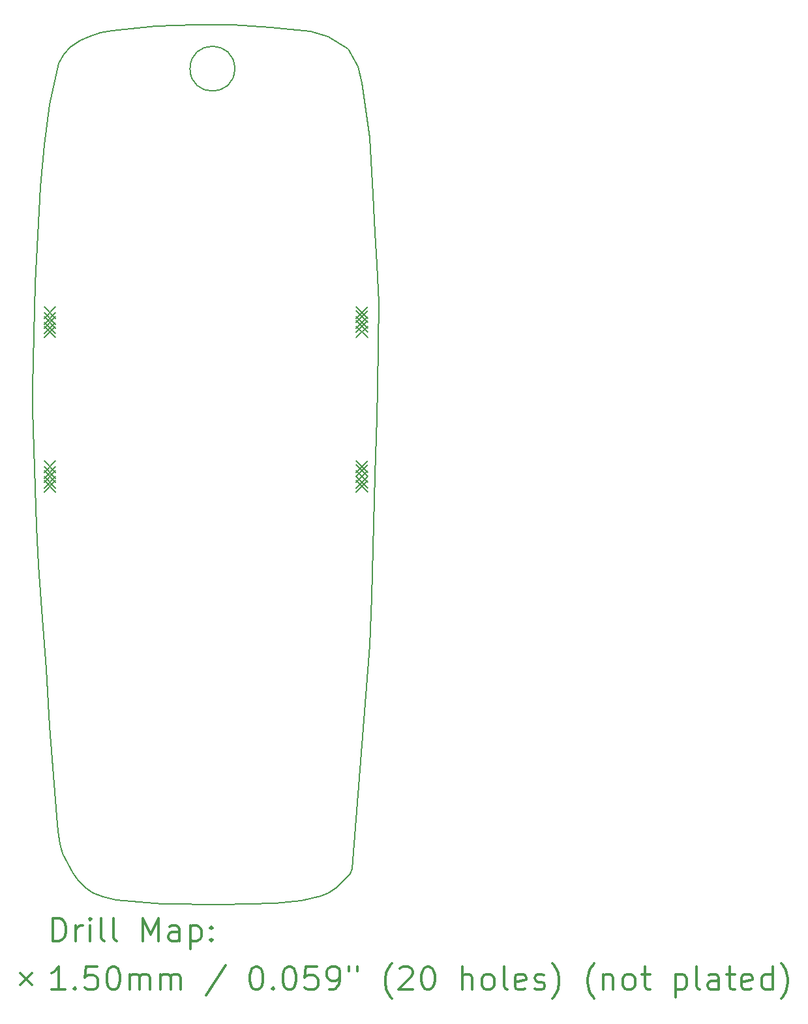
<source format=gbr>
%FSLAX45Y45*%
G04 Gerber Fmt 4.5, Leading zero omitted, Abs format (unit mm)*
G04 Created by KiCad (PCBNEW 4.0.7) date Mon Aug 27 18:32:15 2018*
%MOMM*%
%LPD*%
G01*
G04 APERTURE LIST*
%ADD10C,0.127000*%
%ADD11C,0.150000*%
%ADD12C,0.200000*%
%ADD13C,0.300000*%
G04 APERTURE END LIST*
D10*
D11*
X8060000Y-11820000D02*
X8040000Y-12450000D01*
X3835000Y-12756000D02*
X3880000Y-13500000D01*
X6285689Y-4965000D02*
G75*
G03X6285689Y-4965000I-290689J0D01*
G01*
X3695000Y-10405000D02*
X3710000Y-10905000D01*
X7810000Y-15340000D02*
X8040000Y-12450000D01*
X3990000Y-14860000D02*
X4015000Y-15020000D01*
X7785000Y-15410000D02*
X7810000Y-15340000D01*
X7605000Y-15590000D02*
X7785000Y-15410000D01*
X7505000Y-15655000D02*
X7605000Y-15590000D01*
X7400000Y-15700000D02*
X7505000Y-15655000D01*
X7150000Y-15755000D02*
X7400000Y-15700000D01*
X6810000Y-15790000D02*
X7150000Y-15755000D01*
X6105000Y-15810000D02*
X6810000Y-15790000D01*
X5350000Y-15805000D02*
X6105000Y-15810000D01*
X4745000Y-15750000D02*
X5350000Y-15805000D01*
X4575000Y-15710000D02*
X4745000Y-15750000D01*
X4440000Y-15655000D02*
X4575000Y-15710000D01*
X4350000Y-15590000D02*
X4440000Y-15655000D01*
X4255000Y-15500000D02*
X4350000Y-15590000D01*
X4185000Y-15405000D02*
X4255000Y-15500000D01*
X4050000Y-15150000D02*
X4185000Y-15405000D01*
X4015000Y-15020000D02*
X4050000Y-15150000D01*
X3970000Y-14670000D02*
X3990000Y-14860000D01*
X3880000Y-13500000D02*
X3970000Y-14670000D01*
X3790000Y-12105000D02*
X3835000Y-12755000D01*
X3740000Y-11405000D02*
X3790000Y-12105000D01*
X3710000Y-10905000D02*
X3740000Y-11405000D01*
X3660000Y-9395000D02*
X3695000Y-10405000D01*
X3660000Y-9095000D02*
X3660000Y-9395000D01*
X3695000Y-7750000D02*
X3660000Y-9095000D01*
X3760000Y-6495000D02*
X3695000Y-7750000D01*
X3810000Y-5955000D02*
X3760000Y-6495000D01*
X3885000Y-5430000D02*
X3810000Y-5955000D01*
X4000000Y-4900000D02*
X3885000Y-5430000D01*
X4065000Y-4775000D02*
X4000000Y-4900000D01*
X4155000Y-4685000D02*
X4065000Y-4775000D01*
X4280000Y-4600000D02*
X4155000Y-4685000D01*
X4400000Y-4545000D02*
X4280000Y-4600000D01*
X4540000Y-4500000D02*
X4400000Y-4545000D01*
X4690000Y-4470000D02*
X4540000Y-4500000D01*
X5265000Y-4415000D02*
X4690000Y-4470000D01*
X5765000Y-4400000D02*
X5265000Y-4415000D01*
X6260000Y-4400000D02*
X5765000Y-4400000D01*
X6750000Y-4430000D02*
X6260000Y-4400000D01*
X7270000Y-4480000D02*
X6750000Y-4430000D01*
X7500000Y-4550000D02*
X7270000Y-4480000D01*
X7755000Y-4710000D02*
X7500000Y-4550000D01*
X7890000Y-4940000D02*
X7755000Y-4710000D01*
X7935000Y-5150000D02*
X7890000Y-4940000D01*
X8035000Y-5860000D02*
X7935000Y-5150000D01*
X8080000Y-6600000D02*
X8035000Y-5860000D01*
X8110000Y-7100000D02*
X8080000Y-6600000D01*
X8135000Y-7500000D02*
X8110000Y-7100000D01*
X8155000Y-8000000D02*
X8135000Y-7500000D01*
X8140000Y-9100000D02*
X8155000Y-8000000D01*
X8130000Y-9500000D02*
X8140000Y-9100000D01*
X8105000Y-10240000D02*
X8130000Y-9500000D01*
X8060000Y-11820000D02*
X8105000Y-10240000D01*
D12*
X3810000Y-8055000D02*
X3960000Y-8205000D01*
X3960000Y-8055000D02*
X3810000Y-8205000D01*
X3810000Y-8130000D02*
X3960000Y-8280000D01*
X3960000Y-8130000D02*
X3810000Y-8280000D01*
X3810000Y-8180000D02*
X3960000Y-8330000D01*
X3960000Y-8180000D02*
X3810000Y-8330000D01*
X3810000Y-8255000D02*
X3960000Y-8405000D01*
X3960000Y-8255000D02*
X3810000Y-8405000D01*
X3810000Y-8305000D02*
X3960000Y-8455000D01*
X3960000Y-8305000D02*
X3810000Y-8455000D01*
X3810000Y-10055000D02*
X3960000Y-10205000D01*
X3960000Y-10055000D02*
X3810000Y-10205000D01*
X3810000Y-10130000D02*
X3960000Y-10280000D01*
X3960000Y-10130000D02*
X3810000Y-10280000D01*
X3810000Y-10180000D02*
X3960000Y-10330000D01*
X3960000Y-10180000D02*
X3810000Y-10330000D01*
X3810000Y-10255000D02*
X3960000Y-10405000D01*
X3960000Y-10255000D02*
X3810000Y-10405000D01*
X3810000Y-10305000D02*
X3960000Y-10455000D01*
X3960000Y-10305000D02*
X3810000Y-10455000D01*
X7860000Y-8055000D02*
X8010000Y-8205000D01*
X8010000Y-8055000D02*
X7860000Y-8205000D01*
X7860000Y-8105000D02*
X8010000Y-8255000D01*
X8010000Y-8105000D02*
X7860000Y-8255000D01*
X7860000Y-8180000D02*
X8010000Y-8330000D01*
X8010000Y-8180000D02*
X7860000Y-8330000D01*
X7860000Y-8230000D02*
X8010000Y-8380000D01*
X8010000Y-8230000D02*
X7860000Y-8380000D01*
X7860000Y-8305000D02*
X8010000Y-8455000D01*
X8010000Y-8305000D02*
X7860000Y-8455000D01*
X7860000Y-10055000D02*
X8010000Y-10205000D01*
X8010000Y-10055000D02*
X7860000Y-10205000D01*
X7860000Y-10105000D02*
X8010000Y-10255000D01*
X8010000Y-10105000D02*
X7860000Y-10255000D01*
X7860000Y-10180000D02*
X8010000Y-10330000D01*
X8010000Y-10180000D02*
X7860000Y-10330000D01*
X7860000Y-10255000D02*
X8010000Y-10405000D01*
X8010000Y-10255000D02*
X7860000Y-10405000D01*
X7860000Y-10305000D02*
X8010000Y-10455000D01*
X8010000Y-10305000D02*
X7860000Y-10455000D01*
D13*
X3923928Y-16283214D02*
X3923928Y-15983214D01*
X3995357Y-15983214D01*
X4038214Y-15997500D01*
X4066786Y-16026071D01*
X4081071Y-16054643D01*
X4095357Y-16111786D01*
X4095357Y-16154643D01*
X4081071Y-16211786D01*
X4066786Y-16240357D01*
X4038214Y-16268929D01*
X3995357Y-16283214D01*
X3923928Y-16283214D01*
X4223929Y-16283214D02*
X4223929Y-16083214D01*
X4223929Y-16140357D02*
X4238214Y-16111786D01*
X4252500Y-16097500D01*
X4281071Y-16083214D01*
X4309643Y-16083214D01*
X4409643Y-16283214D02*
X4409643Y-16083214D01*
X4409643Y-15983214D02*
X4395357Y-15997500D01*
X4409643Y-16011786D01*
X4423929Y-15997500D01*
X4409643Y-15983214D01*
X4409643Y-16011786D01*
X4595357Y-16283214D02*
X4566786Y-16268929D01*
X4552500Y-16240357D01*
X4552500Y-15983214D01*
X4752500Y-16283214D02*
X4723929Y-16268929D01*
X4709643Y-16240357D01*
X4709643Y-15983214D01*
X5095357Y-16283214D02*
X5095357Y-15983214D01*
X5195357Y-16197500D01*
X5295357Y-15983214D01*
X5295357Y-16283214D01*
X5566786Y-16283214D02*
X5566786Y-16126071D01*
X5552500Y-16097500D01*
X5523929Y-16083214D01*
X5466786Y-16083214D01*
X5438214Y-16097500D01*
X5566786Y-16268929D02*
X5538214Y-16283214D01*
X5466786Y-16283214D01*
X5438214Y-16268929D01*
X5423929Y-16240357D01*
X5423929Y-16211786D01*
X5438214Y-16183214D01*
X5466786Y-16168929D01*
X5538214Y-16168929D01*
X5566786Y-16154643D01*
X5709643Y-16083214D02*
X5709643Y-16383214D01*
X5709643Y-16097500D02*
X5738214Y-16083214D01*
X5795357Y-16083214D01*
X5823928Y-16097500D01*
X5838214Y-16111786D01*
X5852500Y-16140357D01*
X5852500Y-16226071D01*
X5838214Y-16254643D01*
X5823928Y-16268929D01*
X5795357Y-16283214D01*
X5738214Y-16283214D01*
X5709643Y-16268929D01*
X5981071Y-16254643D02*
X5995357Y-16268929D01*
X5981071Y-16283214D01*
X5966786Y-16268929D01*
X5981071Y-16254643D01*
X5981071Y-16283214D01*
X5981071Y-16097500D02*
X5995357Y-16111786D01*
X5981071Y-16126071D01*
X5966786Y-16111786D01*
X5981071Y-16097500D01*
X5981071Y-16126071D01*
X3502500Y-16702500D02*
X3652500Y-16852500D01*
X3652500Y-16702500D02*
X3502500Y-16852500D01*
X4081071Y-16913214D02*
X3909643Y-16913214D01*
X3995357Y-16913214D02*
X3995357Y-16613214D01*
X3966786Y-16656071D01*
X3938214Y-16684643D01*
X3909643Y-16698929D01*
X4209643Y-16884643D02*
X4223929Y-16898929D01*
X4209643Y-16913214D01*
X4195357Y-16898929D01*
X4209643Y-16884643D01*
X4209643Y-16913214D01*
X4495357Y-16613214D02*
X4352500Y-16613214D01*
X4338214Y-16756071D01*
X4352500Y-16741786D01*
X4381071Y-16727500D01*
X4452500Y-16727500D01*
X4481071Y-16741786D01*
X4495357Y-16756071D01*
X4509643Y-16784643D01*
X4509643Y-16856072D01*
X4495357Y-16884643D01*
X4481071Y-16898929D01*
X4452500Y-16913214D01*
X4381071Y-16913214D01*
X4352500Y-16898929D01*
X4338214Y-16884643D01*
X4695357Y-16613214D02*
X4723929Y-16613214D01*
X4752500Y-16627500D01*
X4766786Y-16641786D01*
X4781071Y-16670357D01*
X4795357Y-16727500D01*
X4795357Y-16798929D01*
X4781071Y-16856072D01*
X4766786Y-16884643D01*
X4752500Y-16898929D01*
X4723929Y-16913214D01*
X4695357Y-16913214D01*
X4666786Y-16898929D01*
X4652500Y-16884643D01*
X4638214Y-16856072D01*
X4623929Y-16798929D01*
X4623929Y-16727500D01*
X4638214Y-16670357D01*
X4652500Y-16641786D01*
X4666786Y-16627500D01*
X4695357Y-16613214D01*
X4923929Y-16913214D02*
X4923929Y-16713214D01*
X4923929Y-16741786D02*
X4938214Y-16727500D01*
X4966786Y-16713214D01*
X5009643Y-16713214D01*
X5038214Y-16727500D01*
X5052500Y-16756071D01*
X5052500Y-16913214D01*
X5052500Y-16756071D02*
X5066786Y-16727500D01*
X5095357Y-16713214D01*
X5138214Y-16713214D01*
X5166786Y-16727500D01*
X5181071Y-16756071D01*
X5181071Y-16913214D01*
X5323929Y-16913214D02*
X5323929Y-16713214D01*
X5323929Y-16741786D02*
X5338214Y-16727500D01*
X5366786Y-16713214D01*
X5409643Y-16713214D01*
X5438214Y-16727500D01*
X5452500Y-16756071D01*
X5452500Y-16913214D01*
X5452500Y-16756071D02*
X5466786Y-16727500D01*
X5495357Y-16713214D01*
X5538214Y-16713214D01*
X5566786Y-16727500D01*
X5581071Y-16756071D01*
X5581071Y-16913214D01*
X6166786Y-16598929D02*
X5909643Y-16984643D01*
X6552500Y-16613214D02*
X6581071Y-16613214D01*
X6609643Y-16627500D01*
X6623928Y-16641786D01*
X6638214Y-16670357D01*
X6652500Y-16727500D01*
X6652500Y-16798929D01*
X6638214Y-16856072D01*
X6623928Y-16884643D01*
X6609643Y-16898929D01*
X6581071Y-16913214D01*
X6552500Y-16913214D01*
X6523928Y-16898929D01*
X6509643Y-16884643D01*
X6495357Y-16856072D01*
X6481071Y-16798929D01*
X6481071Y-16727500D01*
X6495357Y-16670357D01*
X6509643Y-16641786D01*
X6523928Y-16627500D01*
X6552500Y-16613214D01*
X6781071Y-16884643D02*
X6795357Y-16898929D01*
X6781071Y-16913214D01*
X6766786Y-16898929D01*
X6781071Y-16884643D01*
X6781071Y-16913214D01*
X6981071Y-16613214D02*
X7009643Y-16613214D01*
X7038214Y-16627500D01*
X7052500Y-16641786D01*
X7066785Y-16670357D01*
X7081071Y-16727500D01*
X7081071Y-16798929D01*
X7066785Y-16856072D01*
X7052500Y-16884643D01*
X7038214Y-16898929D01*
X7009643Y-16913214D01*
X6981071Y-16913214D01*
X6952500Y-16898929D01*
X6938214Y-16884643D01*
X6923928Y-16856072D01*
X6909643Y-16798929D01*
X6909643Y-16727500D01*
X6923928Y-16670357D01*
X6938214Y-16641786D01*
X6952500Y-16627500D01*
X6981071Y-16613214D01*
X7352500Y-16613214D02*
X7209643Y-16613214D01*
X7195357Y-16756071D01*
X7209643Y-16741786D01*
X7238214Y-16727500D01*
X7309643Y-16727500D01*
X7338214Y-16741786D01*
X7352500Y-16756071D01*
X7366785Y-16784643D01*
X7366785Y-16856072D01*
X7352500Y-16884643D01*
X7338214Y-16898929D01*
X7309643Y-16913214D01*
X7238214Y-16913214D01*
X7209643Y-16898929D01*
X7195357Y-16884643D01*
X7509643Y-16913214D02*
X7566785Y-16913214D01*
X7595357Y-16898929D01*
X7609643Y-16884643D01*
X7638214Y-16841786D01*
X7652500Y-16784643D01*
X7652500Y-16670357D01*
X7638214Y-16641786D01*
X7623928Y-16627500D01*
X7595357Y-16613214D01*
X7538214Y-16613214D01*
X7509643Y-16627500D01*
X7495357Y-16641786D01*
X7481071Y-16670357D01*
X7481071Y-16741786D01*
X7495357Y-16770357D01*
X7509643Y-16784643D01*
X7538214Y-16798929D01*
X7595357Y-16798929D01*
X7623928Y-16784643D01*
X7638214Y-16770357D01*
X7652500Y-16741786D01*
X7766786Y-16613214D02*
X7766786Y-16670357D01*
X7881071Y-16613214D02*
X7881071Y-16670357D01*
X8323928Y-17027500D02*
X8309643Y-17013214D01*
X8281071Y-16970357D01*
X8266785Y-16941786D01*
X8252500Y-16898929D01*
X8238214Y-16827500D01*
X8238214Y-16770357D01*
X8252500Y-16698929D01*
X8266785Y-16656071D01*
X8281071Y-16627500D01*
X8309643Y-16584643D01*
X8323928Y-16570357D01*
X8423928Y-16641786D02*
X8438214Y-16627500D01*
X8466786Y-16613214D01*
X8538214Y-16613214D01*
X8566786Y-16627500D01*
X8581071Y-16641786D01*
X8595357Y-16670357D01*
X8595357Y-16698929D01*
X8581071Y-16741786D01*
X8409643Y-16913214D01*
X8595357Y-16913214D01*
X8781071Y-16613214D02*
X8809643Y-16613214D01*
X8838214Y-16627500D01*
X8852500Y-16641786D01*
X8866786Y-16670357D01*
X8881071Y-16727500D01*
X8881071Y-16798929D01*
X8866786Y-16856072D01*
X8852500Y-16884643D01*
X8838214Y-16898929D01*
X8809643Y-16913214D01*
X8781071Y-16913214D01*
X8752500Y-16898929D01*
X8738214Y-16884643D01*
X8723928Y-16856072D01*
X8709643Y-16798929D01*
X8709643Y-16727500D01*
X8723928Y-16670357D01*
X8738214Y-16641786D01*
X8752500Y-16627500D01*
X8781071Y-16613214D01*
X9238214Y-16913214D02*
X9238214Y-16613214D01*
X9366786Y-16913214D02*
X9366786Y-16756071D01*
X9352500Y-16727500D01*
X9323928Y-16713214D01*
X9281071Y-16713214D01*
X9252500Y-16727500D01*
X9238214Y-16741786D01*
X9552500Y-16913214D02*
X9523928Y-16898929D01*
X9509643Y-16884643D01*
X9495357Y-16856072D01*
X9495357Y-16770357D01*
X9509643Y-16741786D01*
X9523928Y-16727500D01*
X9552500Y-16713214D01*
X9595357Y-16713214D01*
X9623928Y-16727500D01*
X9638214Y-16741786D01*
X9652500Y-16770357D01*
X9652500Y-16856072D01*
X9638214Y-16884643D01*
X9623928Y-16898929D01*
X9595357Y-16913214D01*
X9552500Y-16913214D01*
X9823928Y-16913214D02*
X9795357Y-16898929D01*
X9781071Y-16870357D01*
X9781071Y-16613214D01*
X10052500Y-16898929D02*
X10023929Y-16913214D01*
X9966786Y-16913214D01*
X9938214Y-16898929D01*
X9923929Y-16870357D01*
X9923929Y-16756071D01*
X9938214Y-16727500D01*
X9966786Y-16713214D01*
X10023929Y-16713214D01*
X10052500Y-16727500D01*
X10066786Y-16756071D01*
X10066786Y-16784643D01*
X9923929Y-16813214D01*
X10181071Y-16898929D02*
X10209643Y-16913214D01*
X10266786Y-16913214D01*
X10295357Y-16898929D01*
X10309643Y-16870357D01*
X10309643Y-16856072D01*
X10295357Y-16827500D01*
X10266786Y-16813214D01*
X10223929Y-16813214D01*
X10195357Y-16798929D01*
X10181071Y-16770357D01*
X10181071Y-16756071D01*
X10195357Y-16727500D01*
X10223929Y-16713214D01*
X10266786Y-16713214D01*
X10295357Y-16727500D01*
X10409643Y-17027500D02*
X10423929Y-17013214D01*
X10452500Y-16970357D01*
X10466786Y-16941786D01*
X10481071Y-16898929D01*
X10495357Y-16827500D01*
X10495357Y-16770357D01*
X10481071Y-16698929D01*
X10466786Y-16656071D01*
X10452500Y-16627500D01*
X10423929Y-16584643D01*
X10409643Y-16570357D01*
X10952500Y-17027500D02*
X10938214Y-17013214D01*
X10909643Y-16970357D01*
X10895357Y-16941786D01*
X10881071Y-16898929D01*
X10866786Y-16827500D01*
X10866786Y-16770357D01*
X10881071Y-16698929D01*
X10895357Y-16656071D01*
X10909643Y-16627500D01*
X10938214Y-16584643D01*
X10952500Y-16570357D01*
X11066786Y-16713214D02*
X11066786Y-16913214D01*
X11066786Y-16741786D02*
X11081071Y-16727500D01*
X11109643Y-16713214D01*
X11152500Y-16713214D01*
X11181071Y-16727500D01*
X11195357Y-16756071D01*
X11195357Y-16913214D01*
X11381071Y-16913214D02*
X11352500Y-16898929D01*
X11338214Y-16884643D01*
X11323928Y-16856072D01*
X11323928Y-16770357D01*
X11338214Y-16741786D01*
X11352500Y-16727500D01*
X11381071Y-16713214D01*
X11423928Y-16713214D01*
X11452500Y-16727500D01*
X11466786Y-16741786D01*
X11481071Y-16770357D01*
X11481071Y-16856072D01*
X11466786Y-16884643D01*
X11452500Y-16898929D01*
X11423928Y-16913214D01*
X11381071Y-16913214D01*
X11566786Y-16713214D02*
X11681071Y-16713214D01*
X11609643Y-16613214D02*
X11609643Y-16870357D01*
X11623928Y-16898929D01*
X11652500Y-16913214D01*
X11681071Y-16913214D01*
X12009643Y-16713214D02*
X12009643Y-17013214D01*
X12009643Y-16727500D02*
X12038214Y-16713214D01*
X12095357Y-16713214D01*
X12123928Y-16727500D01*
X12138214Y-16741786D01*
X12152500Y-16770357D01*
X12152500Y-16856072D01*
X12138214Y-16884643D01*
X12123928Y-16898929D01*
X12095357Y-16913214D01*
X12038214Y-16913214D01*
X12009643Y-16898929D01*
X12323928Y-16913214D02*
X12295357Y-16898929D01*
X12281071Y-16870357D01*
X12281071Y-16613214D01*
X12566786Y-16913214D02*
X12566786Y-16756071D01*
X12552500Y-16727500D01*
X12523929Y-16713214D01*
X12466786Y-16713214D01*
X12438214Y-16727500D01*
X12566786Y-16898929D02*
X12538214Y-16913214D01*
X12466786Y-16913214D01*
X12438214Y-16898929D01*
X12423929Y-16870357D01*
X12423929Y-16841786D01*
X12438214Y-16813214D01*
X12466786Y-16798929D01*
X12538214Y-16798929D01*
X12566786Y-16784643D01*
X12666786Y-16713214D02*
X12781071Y-16713214D01*
X12709643Y-16613214D02*
X12709643Y-16870357D01*
X12723929Y-16898929D01*
X12752500Y-16913214D01*
X12781071Y-16913214D01*
X12995357Y-16898929D02*
X12966786Y-16913214D01*
X12909643Y-16913214D01*
X12881071Y-16898929D01*
X12866786Y-16870357D01*
X12866786Y-16756071D01*
X12881071Y-16727500D01*
X12909643Y-16713214D01*
X12966786Y-16713214D01*
X12995357Y-16727500D01*
X13009643Y-16756071D01*
X13009643Y-16784643D01*
X12866786Y-16813214D01*
X13266786Y-16913214D02*
X13266786Y-16613214D01*
X13266786Y-16898929D02*
X13238214Y-16913214D01*
X13181071Y-16913214D01*
X13152500Y-16898929D01*
X13138214Y-16884643D01*
X13123929Y-16856072D01*
X13123929Y-16770357D01*
X13138214Y-16741786D01*
X13152500Y-16727500D01*
X13181071Y-16713214D01*
X13238214Y-16713214D01*
X13266786Y-16727500D01*
X13381071Y-17027500D02*
X13395357Y-17013214D01*
X13423929Y-16970357D01*
X13438214Y-16941786D01*
X13452500Y-16898929D01*
X13466786Y-16827500D01*
X13466786Y-16770357D01*
X13452500Y-16698929D01*
X13438214Y-16656071D01*
X13423929Y-16627500D01*
X13395357Y-16584643D01*
X13381071Y-16570357D01*
M02*

</source>
